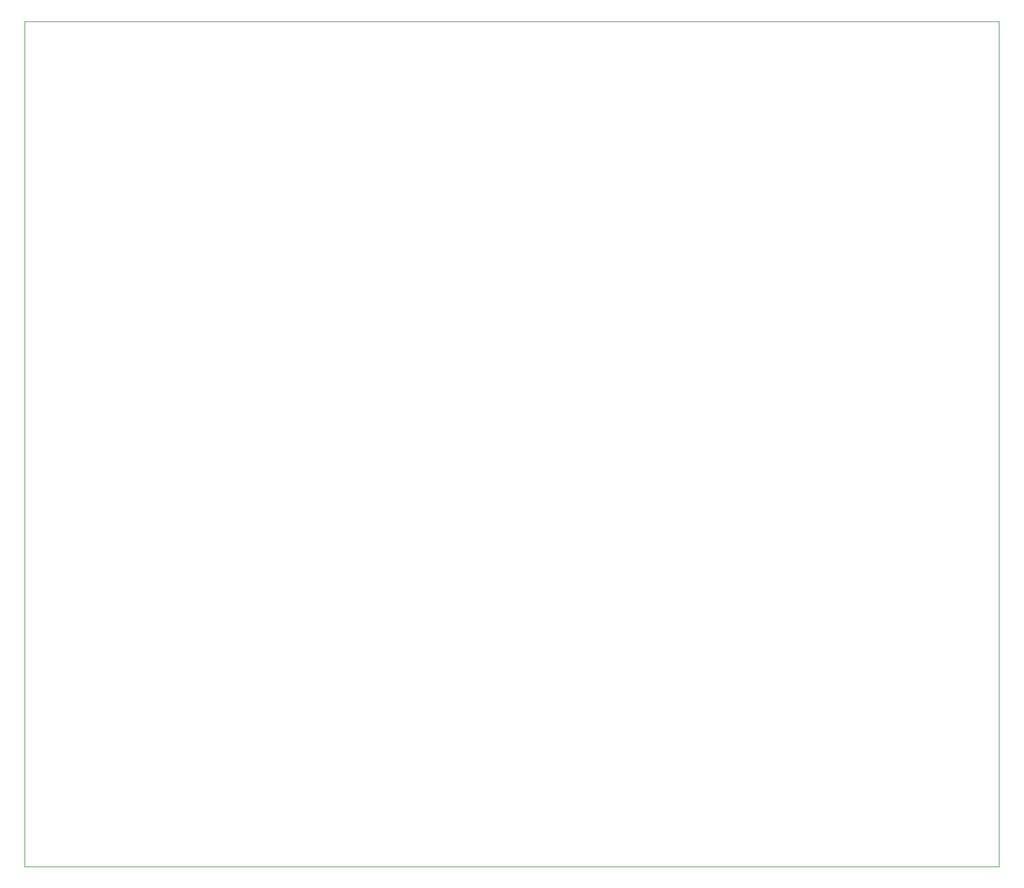
<source format=gbr>
%TF.GenerationSoftware,KiCad,Pcbnew,7.0.1*%
%TF.CreationDate,2023-06-23T23:38:44-03:00*%
%TF.ProjectId,EA075_Projeto_Final,45413037-355f-4507-926f-6a65746f5f46,rev?*%
%TF.SameCoordinates,Original*%
%TF.FileFunction,Profile,NP*%
%FSLAX46Y46*%
G04 Gerber Fmt 4.6, Leading zero omitted, Abs format (unit mm)*
G04 Created by KiCad (PCBNEW 7.0.1) date 2023-06-23 23:38:44*
%MOMM*%
%LPD*%
G01*
G04 APERTURE LIST*
%TA.AperFunction,Profile*%
%ADD10C,0.100000*%
%TD*%
G04 APERTURE END LIST*
D10*
X121920000Y-17780000D02*
X256540000Y-17780000D01*
X256540000Y-134620000D01*
X121920000Y-134620000D01*
X121920000Y-17780000D01*
M02*

</source>
